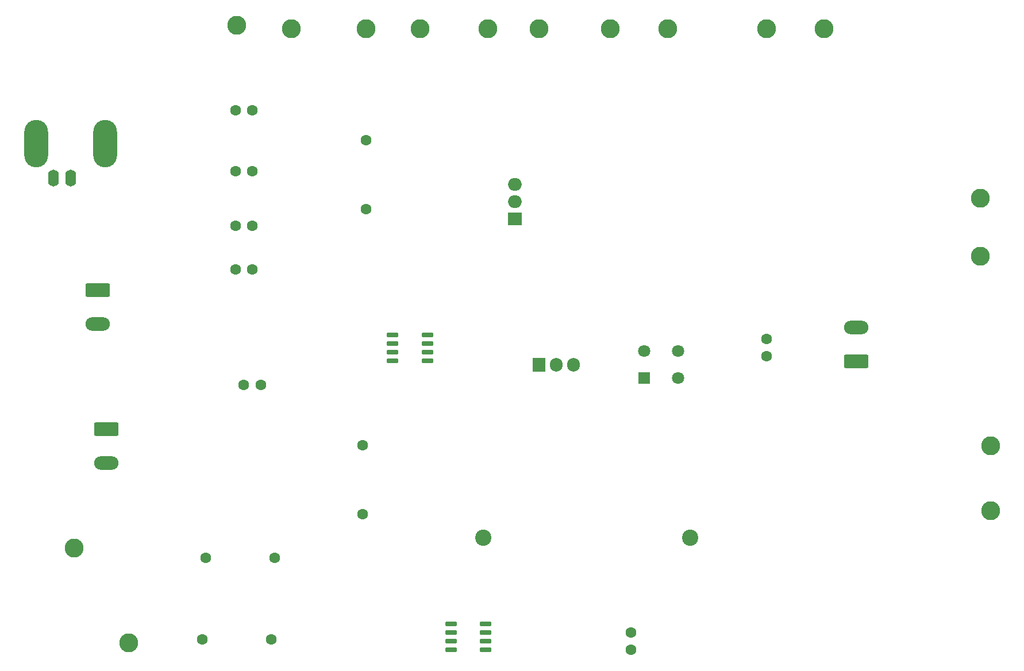
<source format=gts>
%TF.GenerationSoftware,KiCad,Pcbnew,9.0.4*%
%TF.CreationDate,2025-10-14T11:36:06-05:00*%
%TF.ProjectId,Prelab7,5072656c-6162-4372-9e6b-696361645f70,rev?*%
%TF.SameCoordinates,Original*%
%TF.FileFunction,Soldermask,Top*%
%TF.FilePolarity,Negative*%
%FSLAX46Y46*%
G04 Gerber Fmt 4.6, Leading zero omitted, Abs format (unit mm)*
G04 Created by KiCad (PCBNEW 9.0.4) date 2025-10-14 11:36:06*
%MOMM*%
%LPD*%
G01*
G04 APERTURE LIST*
G04 Aperture macros list*
%AMRoundRect*
0 Rectangle with rounded corners*
0 $1 Rounding radius*
0 $2 $3 $4 $5 $6 $7 $8 $9 X,Y pos of 4 corners*
0 Add a 4 corners polygon primitive as box body*
4,1,4,$2,$3,$4,$5,$6,$7,$8,$9,$2,$3,0*
0 Add four circle primitives for the rounded corners*
1,1,$1+$1,$2,$3*
1,1,$1+$1,$4,$5*
1,1,$1+$1,$6,$7*
1,1,$1+$1,$8,$9*
0 Add four rect primitives between the rounded corners*
20,1,$1+$1,$2,$3,$4,$5,0*
20,1,$1+$1,$4,$5,$6,$7,0*
20,1,$1+$1,$6,$7,$8,$9,0*
20,1,$1+$1,$8,$9,$2,$3,0*%
G04 Aperture macros list end*
%ADD10C,2.800000*%
%ADD11RoundRect,0.150000X-0.725000X-0.150000X0.725000X-0.150000X0.725000X0.150000X-0.725000X0.150000X0*%
%ADD12C,1.600000*%
%ADD13RoundRect,0.250000X1.550000X-0.750000X1.550000X0.750000X-1.550000X0.750000X-1.550000X-0.750000X0*%
%ADD14O,3.600000X2.000000*%
%ADD15RoundRect,0.250000X-1.550000X0.750000X-1.550000X-0.750000X1.550000X-0.750000X1.550000X0.750000X0*%
%ADD16C,2.400000*%
%ADD17R,1.905000X2.000000*%
%ADD18O,1.905000X2.000000*%
%ADD19R,2.000000X1.905000*%
%ADD20O,2.000000X1.905000*%
%ADD21O,1.600000X2.500000*%
%ADD22O,3.500000X7.000000*%
%ADD23R,1.800000X1.800000*%
%ADD24C,1.800000*%
G04 APERTURE END LIST*
D10*
%TO.C,GND_T8*%
X69500000Y-148000000D03*
%TD*%
D11*
%TO.C,U1*%
X122150000Y-145190000D03*
X122150000Y-146460000D03*
X122150000Y-147730000D03*
X122150000Y-149000000D03*
X117000000Y-149000000D03*
X117000000Y-147730000D03*
X117000000Y-146460000D03*
X117000000Y-145190000D03*
%TD*%
%TO.C,IC2*%
X113575000Y-102595000D03*
X113575000Y-103865000D03*
X113575000Y-105135000D03*
X113575000Y-106405000D03*
X108425000Y-106405000D03*
X108425000Y-105135000D03*
X108425000Y-103865000D03*
X108425000Y-102595000D03*
%TD*%
D12*
%TO.C,C3*%
X89000000Y-110000000D03*
X86500000Y-110000000D03*
%TD*%
D10*
%TO.C,V_1L_T7*%
X196500000Y-119000000D03*
%TD*%
%TO.C,Vout_T6*%
X195000000Y-82500000D03*
%TD*%
D13*
%TO.C,Vout1*%
X176722500Y-106500000D03*
D14*
X176722500Y-101500000D03*
%TD*%
D10*
%TO.C,Vin_T1*%
X85500000Y-57000000D03*
%TD*%
D15*
%TO.C,Vin1*%
X65000000Y-96000000D03*
D14*
X65000000Y-101000000D03*
%TD*%
D12*
%TO.C,R5*%
X104000000Y-129080000D03*
X104000000Y-118920000D03*
%TD*%
%TO.C,R4*%
X104500000Y-84080000D03*
X104500000Y-73920000D03*
%TD*%
%TO.C,R3*%
X80920000Y-135500000D03*
X91080000Y-135500000D03*
%TD*%
%TO.C,R2*%
X80420000Y-147500000D03*
X90580000Y-147500000D03*
%TD*%
D16*
%TO.C,R1*%
X121755000Y-132500000D03*
X152235000Y-132500000D03*
%TD*%
D17*
%TO.C,Q2*%
X130000000Y-107000000D03*
D18*
X132540000Y-107000000D03*
X135080000Y-107000000D03*
%TD*%
D19*
%TO.C,Q1*%
X126420000Y-85500000D03*
D20*
X126420000Y-82960000D03*
X126420000Y-80420000D03*
%TD*%
D10*
%TO.C,PWM_T3*%
X122500000Y-57500000D03*
%TD*%
D21*
%TO.C,PWM1*%
X61000000Y-79550000D03*
D22*
X55920000Y-74470000D03*
D21*
X58460000Y-79550000D03*
D22*
X66080000Y-74470000D03*
%TD*%
D10*
%TO.C,OPAMP_OUT_T8*%
X61500000Y-134000000D03*
%TD*%
%TO.C,LOW_Vds_T5*%
X163500000Y-57500000D03*
%TD*%
%TO.C,LOWDR_T4*%
X140500000Y-57500000D03*
%TD*%
D23*
%TO.C,L1*%
X145500000Y-109000000D03*
D24*
X150500000Y-109000000D03*
X145500000Y-105000000D03*
X150500000Y-105000000D03*
%TD*%
D10*
%TO.C,GND_T7*%
X196500000Y-128500000D03*
%TD*%
%TO.C,GND_T6*%
X195000000Y-91000000D03*
%TD*%
%TO.C,GND_T5*%
X172000000Y-57500000D03*
%TD*%
%TO.C,GND_T4*%
X149000000Y-57500000D03*
%TD*%
%TO.C,GND_T3*%
X130000000Y-57500000D03*
%TD*%
%TO.C,GND_T2*%
X112500000Y-57500000D03*
%TD*%
%TO.C,GND_T1*%
X93500000Y-57500000D03*
%TD*%
D12*
%TO.C,C7*%
X85250000Y-93000000D03*
X87750000Y-93000000D03*
%TD*%
%TO.C,C6*%
X85250000Y-86500000D03*
X87750000Y-86500000D03*
%TD*%
%TO.C,C5*%
X85250000Y-78500000D03*
X87750000Y-78500000D03*
%TD*%
%TO.C,C4*%
X143500000Y-149000000D03*
X143500000Y-146500000D03*
%TD*%
%TO.C,C2*%
X163500000Y-105750000D03*
X163500000Y-103250000D03*
%TD*%
%TO.C,C1*%
X85250000Y-69500000D03*
X87750000Y-69500000D03*
%TD*%
D10*
%TO.C,10V_T2*%
X104500000Y-57500000D03*
%TD*%
D15*
%TO.C,10VD1*%
X66277500Y-116500000D03*
D14*
X66277500Y-121500000D03*
%TD*%
M02*

</source>
